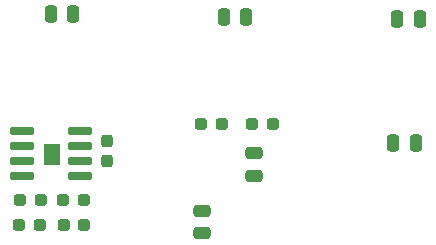
<source format=gbr>
%TF.GenerationSoftware,KiCad,Pcbnew,8.0.5*%
%TF.CreationDate,2026-02-13T21:56:33+07:00*%
%TF.ProjectId,Temperature_sensor,54656d70-6572-4617-9475-72655f73656e,rev?*%
%TF.SameCoordinates,Original*%
%TF.FileFunction,Paste,Top*%
%TF.FilePolarity,Positive*%
%FSLAX46Y46*%
G04 Gerber Fmt 4.6, Leading zero omitted, Abs format (unit mm)*
G04 Created by KiCad (PCBNEW 8.0.5) date 2026-02-13 21:56:33*
%MOMM*%
%LPD*%
G01*
G04 APERTURE LIST*
G04 Aperture macros list*
%AMRoundRect*
0 Rectangle with rounded corners*
0 $1 Rounding radius*
0 $2 $3 $4 $5 $6 $7 $8 $9 X,Y pos of 4 corners*
0 Add a 4 corners polygon primitive as box body*
4,1,4,$2,$3,$4,$5,$6,$7,$8,$9,$2,$3,0*
0 Add four circle primitives for the rounded corners*
1,1,$1+$1,$2,$3*
1,1,$1+$1,$4,$5*
1,1,$1+$1,$6,$7*
1,1,$1+$1,$8,$9*
0 Add four rect primitives between the rounded corners*
20,1,$1+$1,$2,$3,$4,$5,0*
20,1,$1+$1,$4,$5,$6,$7,0*
20,1,$1+$1,$6,$7,$8,$9,0*
20,1,$1+$1,$8,$9,$2,$3,0*%
G04 Aperture macros list end*
%ADD10C,0.010000*%
%ADD11RoundRect,0.237500X0.237500X-0.287500X0.237500X0.287500X-0.237500X0.287500X-0.237500X-0.287500X0*%
%ADD12RoundRect,0.237500X0.287500X0.237500X-0.287500X0.237500X-0.287500X-0.237500X0.287500X-0.237500X0*%
%ADD13RoundRect,0.250000X-0.250000X-0.475000X0.250000X-0.475000X0.250000X0.475000X-0.250000X0.475000X0*%
%ADD14RoundRect,0.075000X0.910000X0.225000X-0.910000X0.225000X-0.910000X-0.225000X0.910000X-0.225000X0*%
%ADD15RoundRect,0.250000X-0.475000X0.250000X-0.475000X-0.250000X0.475000X-0.250000X0.475000X0.250000X0*%
%ADD16RoundRect,0.237500X-0.287500X-0.237500X0.287500X-0.237500X0.287500X0.237500X-0.287500X0.237500X0*%
%ADD17RoundRect,0.250000X0.250000X0.475000X-0.250000X0.475000X-0.250000X-0.475000X0.250000X-0.475000X0*%
G04 APERTURE END LIST*
D10*
%TO.C,TP4056*%
X128145000Y-98420000D02*
X126855000Y-98420000D01*
X126855000Y-96780000D01*
X128145000Y-96780000D01*
X128145000Y-98420000D01*
G36*
X128145000Y-98420000D02*
G01*
X126855000Y-98420000D01*
X126855000Y-96780000D01*
X128145000Y-96780000D01*
X128145000Y-98420000D01*
G37*
%TD*%
D11*
%TO.C,R1*%
X132195000Y-98240000D03*
X132195000Y-96490000D03*
%TD*%
D12*
%TO.C,R2*%
X126605000Y-101545000D03*
X124855000Y-101545000D03*
%TD*%
D13*
%TO.C,C8*%
X156445000Y-96685000D03*
X158345000Y-96685000D03*
%TD*%
D14*
%TO.C,TP4056*%
X129975000Y-99505000D03*
X129975000Y-98235000D03*
X129975000Y-96965000D03*
X129975000Y-95695000D03*
X125025000Y-95695000D03*
X125025000Y-96965000D03*
X125025000Y-98235000D03*
X125025000Y-99505000D03*
%TD*%
D15*
%TO.C,C1*%
X144685000Y-97535000D03*
X144685000Y-99435000D03*
%TD*%
D16*
%TO.C,D1*%
X128500000Y-101545000D03*
X130250000Y-101545000D03*
%TD*%
D15*
%TO.C,C10*%
X140265000Y-102420112D03*
X140265000Y-104320112D03*
%TD*%
D16*
%TO.C,R6*%
X140200000Y-95045000D03*
X141950000Y-95045000D03*
%TD*%
D17*
%TO.C,C6*%
X144025000Y-85985000D03*
X142125000Y-85985000D03*
%TD*%
D13*
%TO.C,C7*%
X156805000Y-86165000D03*
X158705000Y-86165000D03*
%TD*%
D16*
%TO.C,R7*%
X144512500Y-95065000D03*
X146262500Y-95065000D03*
%TD*%
D12*
%TO.C,R3*%
X126537500Y-103635000D03*
X124787500Y-103635000D03*
%TD*%
D17*
%TO.C,C5*%
X129355000Y-85785000D03*
X127455000Y-85785000D03*
%TD*%
D16*
%TO.C,D2*%
X128542500Y-103645000D03*
X130292500Y-103645000D03*
%TD*%
M02*

</source>
